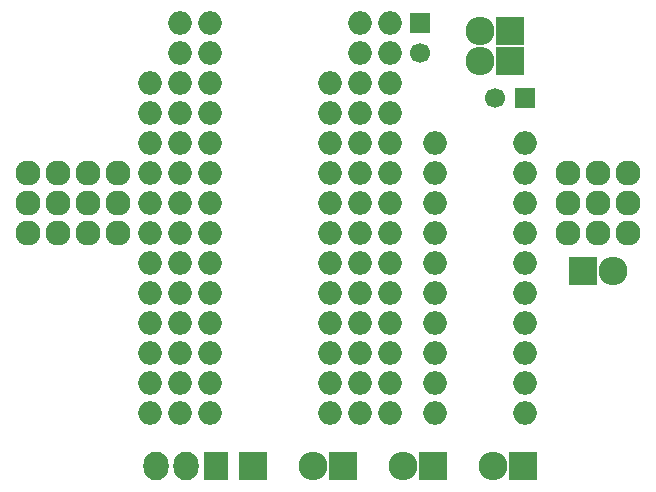
<source format=gts>
G04 #@! TF.FileFunction,Soldermask,Top*
%FSLAX46Y46*%
G04 Gerber Fmt 4.6, Leading zero omitted, Abs format (unit mm)*
G04 Created by KiCad (PCBNEW 4.0.2-stable) date 22.08.2016 10:02:21*
%MOMM*%
G01*
G04 APERTURE LIST*
%ADD10C,0.100000*%
%ADD11R,1.700000X1.700000*%
%ADD12C,1.700000*%
%ADD13O,2.000000X2.000000*%
%ADD14C,2.127200*%
%ADD15R,2.432000X2.432000*%
%ADD16O,2.432000X2.432000*%
%ADD17R,2.127200X2.432000*%
%ADD18O,2.127200X2.432000*%
G04 APERTURE END LIST*
D10*
D11*
X146177000Y-78740000D03*
D12*
X146177000Y-81240000D03*
D11*
X155067000Y-85090000D03*
D12*
X152567000Y-85090000D03*
D13*
X125857000Y-78740000D03*
X125857000Y-81280000D03*
X125857000Y-83820000D03*
X125857000Y-86360000D03*
X125857000Y-88900000D03*
X125857000Y-91440000D03*
X125857000Y-93980000D03*
X125857000Y-96520000D03*
X125857000Y-99060000D03*
X125857000Y-101600000D03*
X125857000Y-104140000D03*
X125857000Y-106680000D03*
X125857000Y-109220000D03*
X125857000Y-111760000D03*
X141097000Y-111760000D03*
X141097000Y-109220000D03*
X141097000Y-106680000D03*
X141097000Y-104140000D03*
X141097000Y-101600000D03*
X141097000Y-99060000D03*
X141097000Y-96520000D03*
X141097000Y-93980000D03*
X141097000Y-91440000D03*
X141097000Y-88900000D03*
X141097000Y-86360000D03*
X141097000Y-83820000D03*
X141097000Y-81280000D03*
X141097000Y-78740000D03*
X128397000Y-78740000D03*
X128397000Y-81280000D03*
X128397000Y-83820000D03*
X128397000Y-86360000D03*
X128397000Y-88900000D03*
X128397000Y-91440000D03*
X128397000Y-93980000D03*
X128397000Y-96520000D03*
X128397000Y-99060000D03*
X128397000Y-101600000D03*
X128397000Y-104140000D03*
X128397000Y-106680000D03*
X128397000Y-109220000D03*
X128397000Y-111760000D03*
X143637000Y-111760000D03*
X143637000Y-109220000D03*
X143637000Y-106680000D03*
X143637000Y-104140000D03*
X143637000Y-101600000D03*
X143637000Y-99060000D03*
X143637000Y-96520000D03*
X143637000Y-93980000D03*
X143637000Y-91440000D03*
X143637000Y-88900000D03*
X143637000Y-86360000D03*
X143637000Y-83820000D03*
X143637000Y-81280000D03*
X143637000Y-78740000D03*
X123317000Y-83820000D03*
X123317000Y-86360000D03*
X123317000Y-88900000D03*
X123317000Y-91440000D03*
X123317000Y-93980000D03*
X123317000Y-96520000D03*
X123317000Y-99060000D03*
X123317000Y-101600000D03*
X123317000Y-104140000D03*
X123317000Y-106680000D03*
X123317000Y-109220000D03*
X123317000Y-111760000D03*
X138557000Y-111760000D03*
X138557000Y-109220000D03*
X138557000Y-106680000D03*
X138557000Y-104140000D03*
X138557000Y-101600000D03*
X138557000Y-99060000D03*
X138557000Y-96520000D03*
X138557000Y-93980000D03*
X138557000Y-91440000D03*
X138557000Y-88900000D03*
X138557000Y-86360000D03*
X138557000Y-83820000D03*
D14*
X113030000Y-91440000D03*
X113030000Y-93980000D03*
X113030000Y-96520000D03*
X158750000Y-91440000D03*
X158750000Y-93980000D03*
X158750000Y-96520000D03*
X115570000Y-91440000D03*
X115570000Y-93980000D03*
X115570000Y-96520000D03*
X118110000Y-91440000D03*
X118110000Y-93980000D03*
X118110000Y-96520000D03*
X120650000Y-91440000D03*
X120650000Y-93980000D03*
X120650000Y-96520000D03*
X161290000Y-91440000D03*
X161290000Y-93980000D03*
X161290000Y-96520000D03*
X163830000Y-91440000D03*
X163830000Y-93980000D03*
X163830000Y-96520000D03*
D15*
X139700000Y-116205000D03*
D16*
X137160000Y-116205000D03*
D15*
X147320000Y-116205000D03*
D16*
X144780000Y-116205000D03*
D15*
X154940000Y-116205000D03*
D16*
X152400000Y-116205000D03*
D15*
X153797000Y-79375000D03*
D16*
X151257000Y-79375000D03*
D15*
X153797000Y-81915000D03*
D16*
X151257000Y-81915000D03*
D13*
X147447000Y-88900000D03*
X147447000Y-91440000D03*
X147447000Y-93980000D03*
X147447000Y-96520000D03*
X147447000Y-99060000D03*
X147447000Y-101600000D03*
X147447000Y-104140000D03*
X147447000Y-106680000D03*
X147447000Y-109220000D03*
X147447000Y-111760000D03*
X155067000Y-111760000D03*
X155067000Y-109220000D03*
X155067000Y-106680000D03*
X155067000Y-104140000D03*
X155067000Y-101600000D03*
X155067000Y-99060000D03*
X155067000Y-96520000D03*
X155067000Y-93980000D03*
X155067000Y-91440000D03*
X155067000Y-88900000D03*
D17*
X128905000Y-116205000D03*
D18*
X126365000Y-116205000D03*
X123825000Y-116205000D03*
D15*
X132080000Y-116205000D03*
X160020000Y-99695000D03*
D16*
X162560000Y-99695000D03*
M02*

</source>
